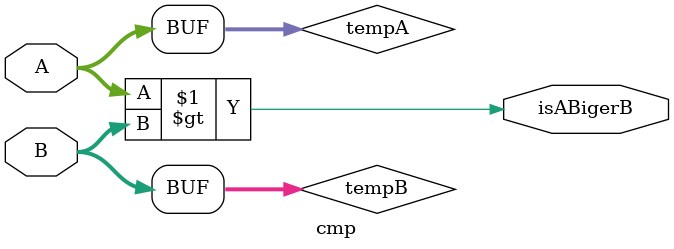
<source format=v>
module cmp(
    input [2:0]A,B,
    output isABigerB
);
    wire [2:0]tempA,tempB;
    assign tempA = A;
    assign tempB = B;
    assign isABigerB = tempA > $signed(tempB);
endmodule //cmp

</source>
